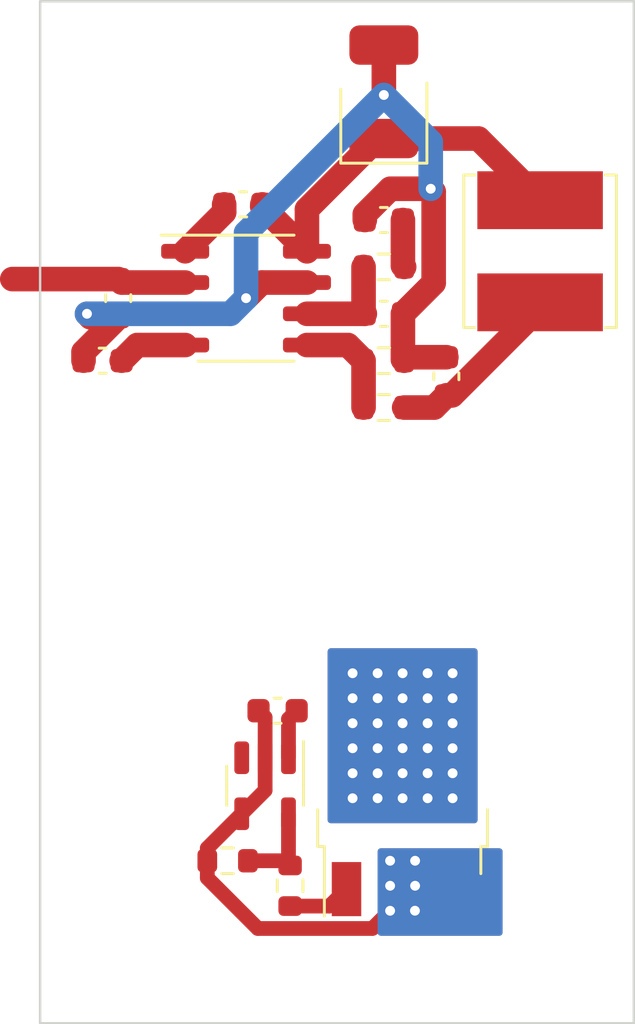
<source format=kicad_pcb>
(kicad_pcb (version 20211014) (generator pcbnew)
  (layers (0 "F.Cu" signal) (31 "B.Cu" signal) (34 "B.Paste" user) (35 "F.Paste" user) (36 "B.SilkS" user "B.Silkscreen") (37 "F.SilkS" user "F.Silkscreen") (38 "B.Mask" user) (39 "F.Mask" user) (44 "Edge.Cuts" user))
  (net 0 "")
  (net 1 "+12V")
  (net 2 "GND")
  (net 3 "+5V")
  (net 4 "Net-(R2-Pad2)")
  (net 5 "Net-(R2-Pad1)")
  (net 6 "Net-(C6-Pad1)")
  (net 7 "Net-(R1-Pad2)")
  (net 9 "Net-(U1-Pad1)")
  (net 10 "Net-(U1-Pad8)")
  (net 11 "Net-(Q1-Pad1)")
  (net 12 "Net-(R4-Pad1)")
  (net 13 "LOAD")
  (net 14 "PWM")
  (footprint "Capacitor_SMD:C_0603_1608Metric" (layer "F.Cu") (at 100.33 74.295 90)
    (fp_text reference "C3" hide)
    (fp_text value "47uF")
    (fp_line (start -0.14058 -0.51) (end 0.14058 -0.51) (layer "F.SilkS") (width 0.12))
    (fp_line (start -0.14058 0.51) (end 0.14058 0.51) (layer "F.SilkS") (width 0.12))
    (pad "1" smd roundrect (at -0.775 0 90) (size 0.9 0.95) (layers "F.Cu" "F.Paste" "F.Mask") (net 3 "+5V"))
    (pad "2" smd roundrect (at 0.775 0 90) (size 0.9 0.95) (layers "F.Cu" "F.Paste" "F.Mask") (net 2 "GND"))
  )
  (footprint "Capacitor_SMD:C_0603_1608Metric" (layer "F.Cu") (at 93.472 87.884 180)
    (fp_text reference "C7" hide)
    (fp_text value "22uF")
    (fp_line (start -0.14058 0.51) (end 0.14058 0.51) (layer "F.SilkS") (width 0.12))
    (fp_line (start -0.14058 -0.51) (end 0.14058 -0.51) (layer "F.SilkS") (width 0.12))
    (pad "1" smd roundrect (at -0.775 0 180) (size 0.9 0.95) (layers "F.Cu" "F.Paste" "F.Mask") (net 1 "+12V"))
    (pad "2" smd roundrect (at 0.775 0 180) (size 0.9 0.95) (layers "F.Cu" "F.Paste" "F.Mask") (net 2 "GND"))
  )
  (footprint "Package_TO_SOT_SMD:SOT-23-5" (layer "F.Cu") (at 92.964 90.932 -90)
    (fp_text reference "U2" hide)
    (fp_text value "UCC27517")
    (fp_line (start 0 -1.56) (end 0.8 -1.56) (layer "F.SilkS") (width 0.12))
    (fp_line (start 0 1.56) (end -0.8 1.56) (layer "F.SilkS") (width 0.12))
    (fp_line (start 0 1.56) (end 0.8 1.56) (layer "F.SilkS") (width 0.12))
    (fp_line (start 0 -1.56) (end -1.8 -1.56) (layer "F.SilkS") (width 0.12))
    (pad "1" smd roundrect (at -1.1375 -0.95 270) (size 1.325 0.6) (layers "F.Cu" "F.Paste" "F.Mask") (net 1 "+12V"))
    (pad "2" smd roundrect (at -1.1375 0 270) (size 1.325 0.6) (layers "F.Cu" "F.Paste" "F.Mask") (net 2 "GND"))
    (pad "3" smd roundrect (at -1.1375 0.95 270) (size 1.325 0.6) (layers "F.Cu" "F.Paste" "F.Mask") (net 14 "PWM"))
    (pad "4" smd roundrect (at 1.1375 0.95 270) (size 1.325 0.6) (layers "F.Cu" "F.Paste" "F.Mask") (net 2 "GND"))
    (pad "5" smd roundrect (at 1.1375 -0.95 270) (size 1.325 0.6) (layers "F.Cu" "F.Paste" "F.Mask") (net 12 "Net-(R4-Pad1)"))
  )
  (footprint "Package_TO_SOT_SMD:TO-252-2" (layer "F.Cu") (at 98.552 90.932 90)
    (fp_text reference "Q1" hide)
    (fp_text value "AOD508")
    (fp_line (start -2.47 3.45) (end -2.47 3.18) (layer "F.SilkS") (width 0.12))
    (fp_line (start -0.97 -3.45) (end -2.47 -3.45) (layer "F.SilkS") (width 0.12))
    (fp_line (start -2.47 -3.45) (end -2.47 -3.18) (layer "F.SilkS") (width 0.12))
    (fp_line (start -0.97 3.45) (end -2.47 3.45) (layer "F.SilkS") (width 0.12))
    (fp_line (start -2.47 3.18) (end -3.57 3.18) (layer "F.SilkS") (width 0.12))
    (fp_line (start -2.47 -3.18) (end -5.3 -3.18) (layer "F.SilkS") (width 0.12))
    (pad "1" smd rect (at -4.2 -2.28 90) (size 2.2 1.2) (layers "F.Cu" "F.Paste" "F.Mask") (net 11 "Net-(Q1-Pad1)"))
    (pad "2" smd rect (at 2.1 0 90) (size 6.4 5.8) (layers "F.Cu" "F.Mask") (net 13 "LOAD"))
    (pad "3" smd rect (at -4.2 2.28 90) (size 2.2 1.2) (layers "F.Cu" "F.Paste" "F.Mask") (net 2 "GND"))
  )
  (footprint "Resistor_SMD:R_0603_1608Metric" (layer "F.Cu") (at 97.79 73.66)
    (fp_text reference "R3" hide)
    (fp_text value "1.96kΩ")
    (fp_line (start -0.237258 -0.5225) (end 0.237258 -0.5225) (layer "F.SilkS") (width 0.12))
    (fp_line (start -0.237258 0.5225) (end 0.237258 0.5225) (layer "F.SilkS") (width 0.12))
    (pad "1" smd roundrect (at -0.825 0) (size 0.8 0.95) (layers "F.Cu" "F.Paste" "F.Mask") (net 7 "Net-(R1-Pad2)"))
    (pad "2" smd roundrect (at 0.825 0) (size 0.8 0.95) (layers "F.Cu" "F.Paste" "F.Mask") (net 2 "GND"))
  )
  (footprint "Inductor_SMD:L_Bourns_SRN6045TA" (layer "F.Cu") (at 104.14 69.215 -90)
    (fp_text reference "L1" hide)
    (fp_text value "L_Iron")
    (fp_line (start 3.1 3.1) (end -3.1 3.1) (layer "F.SilkS") (width 0.12))
    (fp_line (start 3.1 -3.1) (end 3.1 -2.65) (layer "F.SilkS") (width 0.12))
    (fp_line (start 3.1 3.1) (end 3.1 2.65) (layer "F.SilkS") (width 0.12))
    (fp_line (start -3.1 3.1) (end -3.1 2.65) (layer "F.SilkS") (width 0.12))
    (fp_line (start -3.1 -3.1) (end 3.1 -3.1) (layer "F.SilkS") (width 0.12))
    (fp_line (start -3.1 -3.1) (end -3.1 -2.65) (layer "F.SilkS") (width 0.12))
    (pad "1" smd rect (at -2.075 0 270) (size 2.35 5.1) (layers "F.Cu" "F.Paste" "F.Mask") (net 10 "Net-(U1-Pad8)"))
    (pad "2" smd rect (at 2.075 0 270) (size 2.35 5.1) (layers "F.Cu" "F.Paste" "F.Mask") (net 3 "+5V"))
  )
  (footprint "Package_SO:SOIC-8_3.9x4.9mm_P1.27mm" (layer "F.Cu") (at 92.19 71.12)
    (fp_text reference "U1" hide)
    (fp_text value "TPS54331DR")
    (fp_line (start 0 2.56) (end 1.95 2.56) (layer "F.SilkS") (width 0.12))
    (fp_line (start 0 2.56) (end -1.95 2.56) (layer "F.SilkS") (width 0.12))
    (fp_line (start 0 -2.56) (end 1.95 -2.56) (layer "F.SilkS") (width 0.12))
    (fp_line (start 0 -2.56) (end -3.45 -2.56) (layer "F.SilkS") (width 0.12))
    (pad "1" smd roundrect (at -2.475 -1.905) (size 1.95 0.6) (layers "F.Cu" "F.Paste" "F.Mask") (net 9 "Net-(U1-Pad1)"))
    (pad "2" smd roundrect (at -2.475 -0.635) (size 1.95 0.6) (layers "F.Cu" "F.Paste" "F.Mask") (net 1 "+12V"))
    (pad "3" smd roundrect (at -2.475 0.635) (size 1.95 0.6) (layers "F.Cu" "F.Paste" "F.Mask"))
    (pad "4" smd roundrect (at -2.475 1.905) (size 1.95 0.6) (layers "F.Cu" "F.Paste" "F.Mask") (net 6 "Net-(C6-Pad1)"))
    (pad "5" smd roundrect (at 2.475 1.905) (size 1.95 0.6) (layers "F.Cu" "F.Paste" "F.Mask") (net 7 "Net-(R1-Pad2)"))
    (pad "6" smd roundrect (at 2.475 0.635) (size 1.95 0.6) (layers "F.Cu" "F.Paste" "F.Mask") (net 5 "Net-(R2-Pad1)"))
    (pad "7" smd roundrect (at 2.475 -0.635) (size 1.95 0.6) (layers "F.Cu" "F.Paste" "F.Mask") (net 2 "GND"))
    (pad "8" smd roundrect (at 2.475 -1.905) (size 1.95 0.6) (layers "F.Cu" "F.Paste" "F.Mask") (net 10 "Net-(U1-Pad8)"))
  )
  (footprint "Capacitor_SMD:C_0603_1608Metric" (layer "F.Cu") (at 86.36 73.66 180)
    (fp_text reference "C6" hide)
    (fp_text value "8.2nF")
    (fp_line (start -0.14058 -0.51) (end 0.14058 -0.51) (layer "F.SilkS") (width 0.12))
    (fp_line (start -0.14058 0.51) (end 0.14058 0.51) (layer "F.SilkS") (width 0.12))
    (pad "1" smd roundrect (at -0.775 0 180) (size 0.9 0.95) (layers "F.Cu" "F.Paste" "F.Mask") (net 6 "Net-(C6-Pad1)"))
    (pad "2" smd roundrect (at 0.775 0 180) (size 0.9 0.95) (layers "F.Cu" "F.Paste" "F.Mask") (net 2 "GND"))
  )
  (footprint "Capacitor_SMD:C_0603_1608Metric" (layer "F.Cu") (at 97.79 71.755)
    (fp_text reference "C5" hide)
    (fp_text value "10pF")
    (fp_line (start -0.14058 -0.51) (end 0.14058 -0.51) (layer "F.SilkS") (width 0.12))
    (fp_line (start -0.14058 0.51) (end 0.14058 0.51) (layer "F.SilkS") (width 0.12))
    (pad "1" smd roundrect (at -0.775 0) (size 0.9 0.95) (layers "F.Cu" "F.Paste" "F.Mask") (net 5 "Net-(R2-Pad1)"))
    (pad "2" smd roundrect (at 0.775 0) (size 0.9 0.95) (layers "F.Cu" "F.Paste" "F.Mask") (net 2 "GND"))
  )
  (footprint "01-rickbassham:SS54" (layer "F.Cu") (at 97.79 64.635 90)
    (fp_text reference "D1" hide)
    (fp_text value "SS54")
    (fp_line (start -1 -1.75) (end -1 1.75) (layer "F.SilkS") (width 0.12))
    (fp_line (start 2 -1.75) (end -1 -1.75) (layer "F.SilkS") (width 0.12))
    (fp_line (start -1 1.75) (end 2.25 1.75) (layer "F.SilkS") (width 0.12))
    (pad "1" smd roundrect (at 0 0 90) (size 1.6 2.8) (layers "F.Cu" "F.Paste" "F.Mask") (net 10 "Net-(U1-Pad8)"))
    (pad "2" smd roundrect (at 3.8 0 90) (size 1.6 2.8) (layers "F.Cu" "F.Paste" "F.Mask") (net 2 "GND"))
  )
  (footprint "Capacitor_SMD:C_0603_1608Metric" (layer "F.Cu") (at 97.79 67.945 180)
    (fp_text reference "C4" hide)
    (fp_text value "1nF")
    (fp_line (start -0.14058 -0.51) (end 0.14058 -0.51) (layer "F.SilkS") (width 0.12))
    (fp_line (start -0.14058 0.51) (end 0.14058 0.51) (layer "F.SilkS") (width 0.12))
    (pad "1" smd roundrect (at -0.775 0 180) (size 0.9 0.95) (layers "F.Cu" "F.Paste" "F.Mask") (net 4 "Net-(R2-Pad2)"))
    (pad "2" smd roundrect (at 0.775 0 180) (size 0.9 0.95) (layers "F.Cu" "F.Paste" "F.Mask") (net 2 "GND"))
  )
  (footprint "Capacitor_SMD:C_0603_1608Metric" (layer "F.Cu") (at 92.075 67.31)
    (fp_text reference "C2" hide)
    (fp_text value "100nF")
    (fp_line (start -0.14058 -0.51) (end 0.14058 -0.51) (layer "F.SilkS") (width 0.12))
    (fp_line (start -0.14058 0.51) (end 0.14058 0.51) (layer "F.SilkS") (width 0.12))
    (pad "1" smd roundrect (at -0.775 0) (size 0.9 0.95) (layers "F.Cu" "F.Paste" "F.Mask") (net 9 "Net-(U1-Pad1)"))
    (pad "2" smd roundrect (at 0.775 0) (size 0.9 0.95) (layers "F.Cu" "F.Paste" "F.Mask") (net 10 "Net-(U1-Pad8)"))
  )
  (footprint "Capacitor_SMD:C_0603_1608Metric" (layer "F.Cu") (at 86.995 71.12 -90)
    (fp_text reference "C1" hide)
    (fp_text value "22uF")
    (fp_line (start -0.14058 0.51) (end 0.14058 0.51) (layer "F.SilkS") (width 0.12))
    (fp_line (start -0.14058 -0.51) (end 0.14058 -0.51) (layer "F.SilkS") (width 0.12))
    (pad "1" smd roundrect (at -0.775 0 270) (size 0.9 0.95) (layers "F.Cu" "F.Paste" "F.Mask") (net 1 "+12V"))
    (pad "2" smd roundrect (at 0.775 0 270) (size 0.9 0.95) (layers "F.Cu" "F.Paste" "F.Mask") (net 2 "GND"))
  )
  (footprint "Resistor_SMD:R_0603_1608Metric" (layer "F.Cu") (at 97.79 75.565 180)
    (fp_text reference "R1" hide)
    (fp_text value "10.2kΩ")
    (fp_line (start -0.237258 0.5225) (end 0.237258 0.5225) (layer "F.SilkS") (width 0.12))
    (fp_line (start -0.237258 -0.5225) (end 0.237258 -0.5225) (layer "F.SilkS") (width 0.12))
    (pad "1" smd roundrect (at -0.825 0 180) (size 0.8 0.95) (layers "F.Cu" "F.Paste" "F.Mask") (net 3 "+5V"))
    (pad "2" smd roundrect (at 0.825 0 180) (size 0.8 0.95) (layers "F.Cu" "F.Paste" "F.Mask") (net 7 "Net-(R1-Pad2)"))
  )
  (footprint "Resistor_SMD:R_0603_1608Metric" (layer "F.Cu") (at 91.44 93.98)
    (fp_text reference "R5" hide)
    (fp_text value "10kΩ")
    (fp_line (start -0.237258 -0.5225) (end 0.237258 -0.5225) (layer "F.SilkS") (width 0.12))
    (fp_line (start -0.237258 0.5225) (end 0.237258 0.5225) (layer "F.SilkS") (width 0.12))
    (pad "1" smd roundrect (at -0.825 0) (size 0.8 0.95) (layers "F.Cu" "F.Paste" "F.Mask") (net 2 "GND"))
    (pad "2" smd roundrect (at 0.825 0) (size 0.8 0.95) (layers "F.Cu" "F.Paste" "F.Mask") (net 12 "Net-(R4-Pad1)"))
  )
  (footprint "Resistor_SMD:R_0603_1608Metric" (layer "F.Cu") (at 97.79 69.85)
    (fp_text reference "R2" hide)
    (fp_text value "61.9kΩ")
    (fp_line (start -0.237258 0.5225) (end 0.237258 0.5225) (layer "F.SilkS") (width 0.12))
    (fp_line (start -0.237258 -0.5225) (end 0.237258 -0.5225) (layer "F.SilkS") (width 0.12))
    (pad "1" smd roundrect (at -0.825 0) (size 0.8 0.95) (layers "F.Cu" "F.Paste" "F.Mask") (net 5 "Net-(R2-Pad1)"))
    (pad "2" smd roundrect (at 0.825 0) (size 0.8 0.95) (layers "F.Cu" "F.Paste" "F.Mask") (net 4 "Net-(R2-Pad2)"))
  )
  (footprint "Resistor_SMD:R_0603_1608Metric" (layer "F.Cu") (at 93.98 94.996 -90)
    (fp_text reference "R4" hide)
    (fp_text value "100Ω")
    (fp_line (start -0.237258 -0.5225) (end 0.237258 -0.5225) (layer "F.SilkS") (width 0.12))
    (fp_line (start -0.237258 0.5225) (end 0.237258 0.5225) (layer "F.SilkS") (width 0.12))
    (pad "1" smd roundrect (at -0.825 0 270) (size 0.8 0.95) (layers "F.Cu" "F.Paste" "F.Mask") (net 12 "Net-(R4-Pad1)"))
    (pad "2" smd roundrect (at 0.825 0 270) (size 0.8 0.95) (layers "F.Cu" "F.Paste" "F.Mask") (net 11 "Net-(Q1-Pad1)"))
  )
  (gr_rect (start 83.82 59.055) (end 107.95 100.584) (layer "Edge.Cuts") (width 0.1) (fill none))
  (segment (start 86.995 70.345) (end 82.69 70.345) (width 1) (layer "F.Cu") (net 1))
  (segment (start 93.914 88.217) (end 94.247 87.884) (width 0.6) (layer "F.Cu") (net 1))
  (segment (start 87.135 70.485) (end 86.995 70.345) (width 1) (layer "F.Cu") (net 1))
  (segment (start 93.914 89.7945) (end 93.914 88.217) (width 0.6) (layer "F.Cu") (net 1))
  (segment (start 89.715 70.485) (end 87.135 70.485) (width 1) (layer "F.Cu") (net 1))
  (segment (start 99.06 94.996) (end 100.696 94.996) (width 0.6) (layer "F.Cu") (net 2))
  (segment (start 92.19 71.12) (end 92.825 70.485) (width 1) (layer "F.Cu") (net 2))
  (segment (start 90.615 93.98) (end 90.615 94.679) (width 0.6) (layer "F.Cu") (net 2))
  (segment (start 99.695 66.675) (end 99.81452 66.79452) (width 1) (layer "F.Cu") (net 2))
  (segment (start 99.81452 70.50548) (end 98.565 71.755) (width 1) (layer "F.Cu") (net 2))
  (segment (start 98.565 73.61) (end 98.615 73.66) (width 1) (layer "F.Cu") (net 2))
  (segment (start 92.964 91.1195) (end 92.964 89.7945) (width 0.6) (layer "F.Cu") (net 2))
  (segment (start 98.052532 66.675) (end 97.015 67.712532) (width 1) (layer "F.Cu") (net 2))
  (segment (start 97.324489 96.731511) (end 99.06 94.996) (width 0.6) (layer "F.Cu") (net 2))
  (segment (start 85.585 73.305) (end 85.585 73.66) (width 1) (layer "F.Cu") (net 2))
  (segment (start 97.79 60.835) (end 97.79 62.865) (width 1) (layer "F.Cu") (net 2))
  (segment (start 92.825 70.485) (end 94.665 70.485) (width 1) (layer "F.Cu") (net 2))
  (segment (start 85.865 71.895) (end 85.725 71.755) (width 1) (layer "F.Cu") (net 2))
  (segment (start 100.696 94.996) (end 100.832 95.132) (width 0.6) (layer "F.Cu") (net 2))
  (segment (start 99.81452 66.79452) (end 99.81452 70.50548) (width 1) (layer "F.Cu") (net 2))
  (segment (start 92.667511 96.731511) (end 97.324489 96.731511) (width 0.6) (layer "F.Cu") (net 2))
  (segment (start 90.615 94.679) (end 92.667511 96.731511) (width 0.6) (layer "F.Cu") (net 2))
  (segment (start 92.964 89.7945) (end 92.964 88.151) (width 0.6) (layer "F.Cu") (net 2))
  (segment (start 86.995 71.895) (end 85.865 71.895) (width 1) (layer "F.Cu") (net 2))
  (segment (start 98.565 71.755) (end 98.565 73.61) (width 1) (layer "F.Cu") (net 2))
  (segment (start 90.615 93.4685) (end 92.014 92.0695) (width 0.6) (layer "F.Cu") (net 2))
  (segment (start 98.755 73.52) (end 98.615 73.66) (width 1) (layer "F.Cu") (net 2))
  (segment (start 92.014 92.0695) (end 92.964 91.1195) (width 0.6) (layer "F.Cu") (net 2))
  (segment (start 86.995 71.895) (end 85.585 73.305) (width 1) (layer "F.Cu") (net 2))
  (segment (start 99.695 66.675) (end 98.052532 66.675) (width 1) (layer "F.Cu") (net 2))
  (segment (start 92.964 88.151) (end 92.697 87.884) (width 0.6) (layer "F.Cu") (net 2))
  (segment (start 100.33 73.52) (end 98.755 73.52) (width 1) (layer "F.Cu") (net 2))
  (segment (start 97.015 67.712532) (end 97.015 67.945) (width 1) (layer "F.Cu") (net 2))
  (segment (start 90.615 93.98) (end 90.615 93.4685) (width 0.6) (layer "F.Cu") (net 2))
  (via (at 99.053314 96.009876) (size 0.8) (drill 0.4) (layers "F.Cu" "B.Cu") (net 2))
  (via (at 99.06 93.98) (size 0.8) (drill 0.4) (layers "F.Cu" "B.Cu") (net 2))
  (via (at 92.19 71.12) (size 0.8) (drill 0.4) (layers "F.Cu" "B.Cu") (net 2))
  (via (at 99.06 94.996) (size 0.8) (drill 0.4) (layers "F.Cu" "B.Cu") (net 2))
  (via (at 99.695 66.675) (size 0.8) (drill 0.4) (layers "F.Cu" "B.Cu") (net 2))
  (via (at 85.725 71.755) (size 0.8) (drill 0.4) (layers "F.Cu" "B.Cu") (net 2))
  (via (at 98.044 96.012) (size 0.8) (drill 0.4) (layers "F.Cu" "B.Cu") (net 2))
  (via (at 97.79 62.865) (size 0.8) (drill 0.4) (layers "F.Cu" "B.Cu") (net 2))
  (via (at 98.044 94.996) (size 0.8) (drill 0.4) (layers "F.Cu" "B.Cu") (net 2))
  (via (at 98.044 93.98) (size 0.8) (drill 0.4) (layers "F.Cu" "B.Cu") (net 2))
  (segment (start 92.19 68.465) (end 97.79 62.865) (width 1) (layer "B.Cu") (net 2))
  (segment (start 99.695 64.77) (end 99.695 66.675) (width 1) (layer "B.Cu") (net 2))
  (segment (start 97.79 62.865) (end 99.695 64.77) (width 1) (layer "B.Cu") (net 2))
  (segment (start 85.725 71.755) (end 91.555 71.755) (width 1) (layer "B.Cu") (net 2))
  (segment (start 92.19 71.12) (end 92.19 68.465) (width 1) (layer "B.Cu") (net 2))
  (segment (start 91.555 71.755) (end 92.19 71.12) (width 1) (layer "B.Cu") (net 2))
  (segment (start 100.33 75.07) (end 100.562468 75.07) (width 1) (layer "F.Cu") (net 3))
  (segment (start 99.835 75.565) (end 100.33 75.07) (width 1) (layer "F.Cu") (net 3))
  (segment (start 98.615 75.565) (end 99.835 75.565) (width 1) (layer "F.Cu") (net 3))
  (segment (start 104.14 71.492468) (end 104.14 71.29) (width 1) (layer "F.Cu") (net 3))
  (segment (start 100.562468 75.07) (end 104.14 71.492468) (width 1) (layer "F.Cu") (net 3))
  (segment (start 98.565 67.945) (end 98.565 69.8) (width 1) (layer "F.Cu") (net 4))
  (segment (start 98.565 69.8) (end 98.615 69.85) (width 1) (layer "F.Cu") (net 4))
  (segment (start 94.665 71.755) (end 97.015 71.755) (width 1) (layer "F.Cu") (net 5))
  (segment (start 96.965 69.85) (end 96.965 71.705) (width 1) (layer "F.Cu") (net 5))
  (segment (start 96.965 71.705) (end 97.015 71.755) (width 1) (layer "F.Cu") (net 5))
  (segment (start 87.77 73.025) (end 87.135 73.66) (width 1) (layer "F.Cu") (net 6))
  (segment (start 89.715 73.025) (end 87.77 73.025) (width 1) (layer "F.Cu") (net 6))
  (segment (start 96.965 73.66) (end 96.965 75.565) (width 1) (layer "F.Cu") (net 7))
  (segment (start 94.665 73.025) (end 96.33 73.025) (width 1) (layer "F.Cu") (net 7))
  (segment (start 96.33 73.025) (end 96.965 73.66) (width 1) (layer "F.Cu") (net 7))
  (segment (start 91.3 67.63) (end 89.715 69.215) (width 1) (layer "F.Cu") (net 9))
  (segment (start 91.3 67.31) (end 91.3 67.63) (width 1) (layer "F.Cu") (net 9))
  (segment (start 94.665 67.51) (end 97.54 64.635) (width 1) (layer "F.Cu") (net 10))
  (segment (start 92.85 67.31) (end 92.85 67.4) (width 1) (layer "F.Cu") (net 10))
  (segment (start 97.54 64.635) (end 97.79 64.635) (width 1) (layer "F.Cu") (net 10))
  (segment (start 92.85 67.4) (end 94.665 69.215) (width 1) (layer "F.Cu") (net 10))
  (segment (start 101.635 64.635) (end 104.14 67.14) (width 1) (layer "F.Cu") (net 10))
  (segment (start 94.665 69.215) (end 94.665 67.51) (width 1) (layer "F.Cu") (net 10))
  (segment (start 97.79 64.635) (end 101.635 64.635) (width 1) (layer "F.Cu") (net 10))
  (segment (start 93.98 95.821) (end 95.583 95.821) (width 0.6) (layer "F.Cu") (net 11))
  (segment (start 95.583 95.821) (end 96.272 95.132) (width 0.6) (layer "F.Cu") (net 11))
  (segment (start 93.914 92.0695) (end 93.914 94.105) (width 0.6) (layer "F.Cu") (net 12))
  (segment (start 92.265 93.98) (end 93.789 93.98) (width 0.6) (layer "F.Cu") (net 12))
  (segment (start 93.914 94.105) (end 93.98 94.171) (width 0.6) (layer "F.Cu") (net 12))
  (segment (start 93.789 93.98) (end 93.98 94.171) (width 0.6) (layer "F.Cu") (net 12))
  (via (at 100.584 86.36) (size 0.8) (drill 0.4) (layers "F.Cu" "B.Cu") (net 13))
  (via (at 100.584 88.392) (size 0.8) (drill 0.4) (layers "F.Cu" "B.Cu") (net 13))
  (via (at 96.52 90.424) (size 0.8) (drill 0.4) (layers "F.Cu" "B.Cu") (net 13))
  (via (at 99.568 86.36) (size 0.8) (drill 0.4) (layers "F.Cu" "B.Cu") (net 13))
  (via (at 99.568 91.44) (size 0.8) (drill 0.4) (layers "F.Cu" "B.Cu") (net 13))
  (via (at 99.568 87.376) (size 0.8) (drill 0.4) (layers "F.Cu" "B.Cu") (net 13))
  (via (at 100.584 91.44) (size 0.8) (drill 0.4) (layers "F.Cu" "B.Cu") (net 13))
  (via (at 96.52 91.44) (size 0.8) (drill 0.4) (layers "F.Cu" "B.Cu") (net 13))
  (via (at 99.568 89.408) (size 0.8) (drill 0.4) (layers "F.Cu" "B.Cu") (net 13))
  (via (at 97.536 91.44) (size 0.8) (drill 0.4) (layers "F.Cu" "B.Cu") (net 13))
  (via (at 100.584 89.408) (size 0.8) (drill 0.4) (layers "F.Cu" "B.Cu") (net 13))
  (via (at 99.568 90.424) (size 0.8) (drill 0.4) (layers "F.Cu" "B.Cu") (net 13))
  (via (at 99.568 88.392) (size 0.8) (drill 0.4) (layers "F.Cu" "B.Cu") (net 13))
  (via (at 96.52 86.36) (size 0.8) (drill 0.4) (layers "F.Cu" "B.Cu") (net 13))
  (via (at 96.52 89.408) (size 0.8) (drill 0.4) (layers "F.Cu" "B.Cu") (net 13))
  (via (at 97.536 86.36) (size 0.8) (drill 0.4) (layers "F.Cu" "B.Cu") (net 13))
  (via (at 96.52 88.392) (size 0.8) (drill 0.4) (layers "F.Cu" "B.Cu") (net 13))
  (via (at 97.536 88.392) (size 0.8) (drill 0.4) (layers "F.Cu" "B.Cu") (net 13))
  (via (at 98.552 88.392) (size 0.8) (drill 0.4) (layers "F.Cu" "B.Cu") (net 13))
  (via (at 98.552 89.408) (size 0.8) (drill 0.4) (layers "F.Cu" "B.Cu") (net 13))
  (via (at 98.552 87.376) (size 0.8) (drill 0.4) (layers "F.Cu" "B.Cu") (net 13))
  (via (at 98.552 91.44) (size 0.8) (drill 0.4) (layers "F.Cu" "B.Cu") (net 13))
  (via (at 97.536 89.408) (size 0.8) (drill 0.4) (layers "F.Cu" "B.Cu") (net 13))
  (via (at 100.584 87.376) (size 0.8) (drill 0.4) (layers "F.Cu" "B.Cu") (net 13))
  (via (at 100.584 90.424) (size 0.8) (drill 0.4) (layers "F.Cu" "B.Cu") (net 13))
  (via (at 97.536 87.376) (size 0.8) (drill 0.4) (layers "F.Cu" "B.Cu") (net 13))
  (via (at 98.552 90.424) (size 0.8) (drill 0.4) (layers "F.Cu" "B.Cu") (net 13))
  (via (at 97.536 90.424) (size 0.8) (drill 0.4) (layers "F.Cu" "B.Cu") (net 13))
  (via (at 98.552 86.36) (size 0.8) (drill 0.4) (layers "F.Cu" "B.Cu") (net 13))
  (via (at 96.52 87.376) (size 0.8) (drill 0.4) (layers "F.Cu" "B.Cu") (net 13))
  (zone (net 13) (net_name "LOAD") (layers F&B.Cu) (connect_pads yes (clearance 0.508)) (min_thickness 0.254) (fill yes (thermal_gap 0.508) (thermal_bridge_width 0.508))
    (polygon (pts (xy 101.6 92.456) (xy 95.504 92.456) (xy 95.504 85.344) (xy 101.6 85.344)))
  )
  (zone (net 2) (net_name "GND") (layers F&B.Cu) (connect_pads yes (clearance 0.508)) (min_thickness 0.254) (fill yes (thermal_gap 0.508) (thermal_bridge_width 0.508))
    (polygon (pts (xy 102.616 97.028) (xy 97.536 97.028) (xy 97.536 93.472) (xy 102.616 93.472)))
  )
)
</source>
